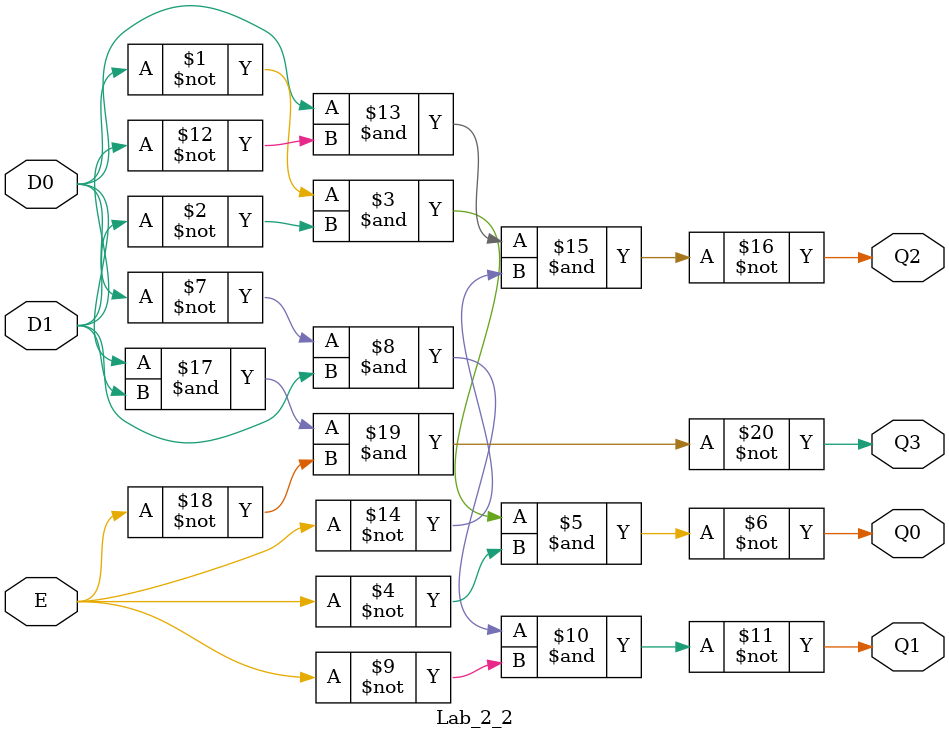
<source format=v>
`timescale 1ns / 1ps


module Lab_2_2(
    input E,
    input D0,
    input D1,
    output Q0,
    output Q1,
    output Q2,
    output Q3
    );
    
    assign Q0 = ~(~D0 & ~D1 & ~E);
    assign Q1 = ~(~D0 &  D1 & ~E);
    assign Q2 = ~( D0 & ~D1 & ~E);
    assign Q3 = ~( D0 &  D1 & ~E);
endmodule

</source>
